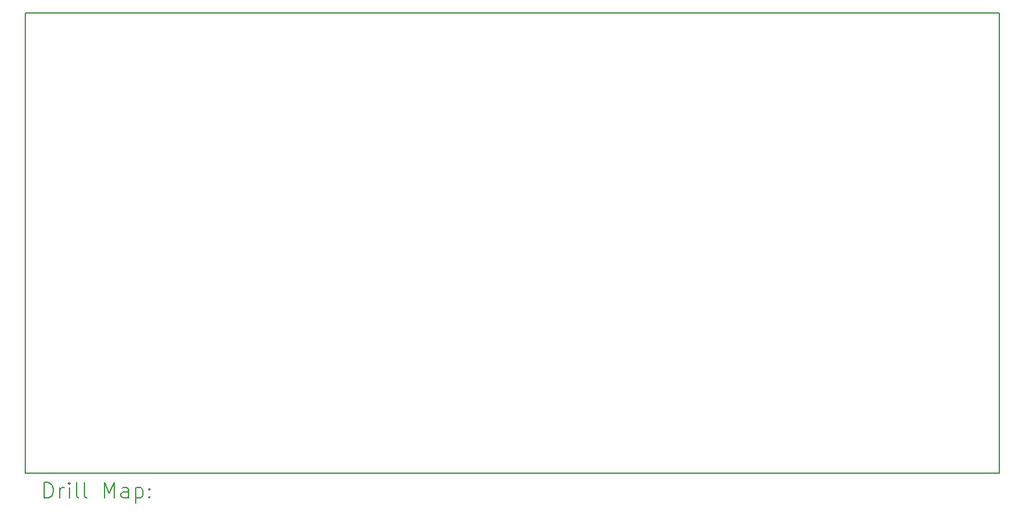
<source format=gbr>
%TF.GenerationSoftware,KiCad,Pcbnew,8.0.4*%
%TF.CreationDate,2024-08-23T16:04:37+02:00*%
%TF.ProjectId,MCU Powerboard,4d435520-506f-4776-9572-626f6172642e,rev?*%
%TF.SameCoordinates,Original*%
%TF.FileFunction,Drillmap*%
%TF.FilePolarity,Positive*%
%FSLAX45Y45*%
G04 Gerber Fmt 4.5, Leading zero omitted, Abs format (unit mm)*
G04 Created by KiCad (PCBNEW 8.0.4) date 2024-08-23 16:04:37*
%MOMM*%
%LPD*%
G01*
G04 APERTURE LIST*
%ADD10C,0.200000*%
G04 APERTURE END LIST*
D10*
X8500000Y-6500000D02*
X21200000Y-6500000D01*
X21200000Y-12500000D01*
X8500000Y-12500000D01*
X8500000Y-6500000D01*
X8750777Y-12821484D02*
X8750777Y-12621484D01*
X8750777Y-12621484D02*
X8798396Y-12621484D01*
X8798396Y-12621484D02*
X8826967Y-12631008D01*
X8826967Y-12631008D02*
X8846015Y-12650055D01*
X8846015Y-12650055D02*
X8855539Y-12669103D01*
X8855539Y-12669103D02*
X8865063Y-12707198D01*
X8865063Y-12707198D02*
X8865063Y-12735769D01*
X8865063Y-12735769D02*
X8855539Y-12773865D01*
X8855539Y-12773865D02*
X8846015Y-12792912D01*
X8846015Y-12792912D02*
X8826967Y-12811960D01*
X8826967Y-12811960D02*
X8798396Y-12821484D01*
X8798396Y-12821484D02*
X8750777Y-12821484D01*
X8950777Y-12821484D02*
X8950777Y-12688150D01*
X8950777Y-12726246D02*
X8960301Y-12707198D01*
X8960301Y-12707198D02*
X8969824Y-12697674D01*
X8969824Y-12697674D02*
X8988872Y-12688150D01*
X8988872Y-12688150D02*
X9007920Y-12688150D01*
X9074586Y-12821484D02*
X9074586Y-12688150D01*
X9074586Y-12621484D02*
X9065063Y-12631008D01*
X9065063Y-12631008D02*
X9074586Y-12640531D01*
X9074586Y-12640531D02*
X9084110Y-12631008D01*
X9084110Y-12631008D02*
X9074586Y-12621484D01*
X9074586Y-12621484D02*
X9074586Y-12640531D01*
X9198396Y-12821484D02*
X9179348Y-12811960D01*
X9179348Y-12811960D02*
X9169824Y-12792912D01*
X9169824Y-12792912D02*
X9169824Y-12621484D01*
X9303158Y-12821484D02*
X9284110Y-12811960D01*
X9284110Y-12811960D02*
X9274586Y-12792912D01*
X9274586Y-12792912D02*
X9274586Y-12621484D01*
X9531729Y-12821484D02*
X9531729Y-12621484D01*
X9531729Y-12621484D02*
X9598396Y-12764341D01*
X9598396Y-12764341D02*
X9665063Y-12621484D01*
X9665063Y-12621484D02*
X9665063Y-12821484D01*
X9846015Y-12821484D02*
X9846015Y-12716722D01*
X9846015Y-12716722D02*
X9836491Y-12697674D01*
X9836491Y-12697674D02*
X9817444Y-12688150D01*
X9817444Y-12688150D02*
X9779348Y-12688150D01*
X9779348Y-12688150D02*
X9760301Y-12697674D01*
X9846015Y-12811960D02*
X9826967Y-12821484D01*
X9826967Y-12821484D02*
X9779348Y-12821484D01*
X9779348Y-12821484D02*
X9760301Y-12811960D01*
X9760301Y-12811960D02*
X9750777Y-12792912D01*
X9750777Y-12792912D02*
X9750777Y-12773865D01*
X9750777Y-12773865D02*
X9760301Y-12754817D01*
X9760301Y-12754817D02*
X9779348Y-12745293D01*
X9779348Y-12745293D02*
X9826967Y-12745293D01*
X9826967Y-12745293D02*
X9846015Y-12735769D01*
X9941253Y-12688150D02*
X9941253Y-12888150D01*
X9941253Y-12697674D02*
X9960301Y-12688150D01*
X9960301Y-12688150D02*
X9998396Y-12688150D01*
X9998396Y-12688150D02*
X10017444Y-12697674D01*
X10017444Y-12697674D02*
X10026967Y-12707198D01*
X10026967Y-12707198D02*
X10036491Y-12726246D01*
X10036491Y-12726246D02*
X10036491Y-12783388D01*
X10036491Y-12783388D02*
X10026967Y-12802436D01*
X10026967Y-12802436D02*
X10017444Y-12811960D01*
X10017444Y-12811960D02*
X9998396Y-12821484D01*
X9998396Y-12821484D02*
X9960301Y-12821484D01*
X9960301Y-12821484D02*
X9941253Y-12811960D01*
X10122205Y-12802436D02*
X10131729Y-12811960D01*
X10131729Y-12811960D02*
X10122205Y-12821484D01*
X10122205Y-12821484D02*
X10112682Y-12811960D01*
X10112682Y-12811960D02*
X10122205Y-12802436D01*
X10122205Y-12802436D02*
X10122205Y-12821484D01*
X10122205Y-12697674D02*
X10131729Y-12707198D01*
X10131729Y-12707198D02*
X10122205Y-12716722D01*
X10122205Y-12716722D02*
X10112682Y-12707198D01*
X10112682Y-12707198D02*
X10122205Y-12697674D01*
X10122205Y-12697674D02*
X10122205Y-12716722D01*
M02*

</source>
